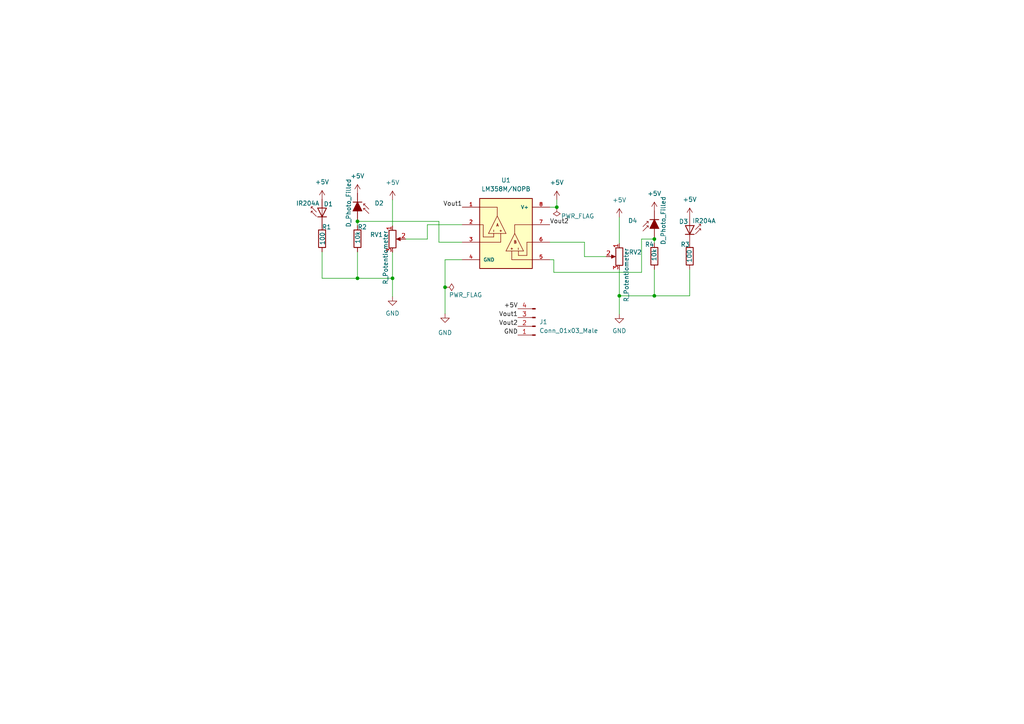
<source format=kicad_sch>
(kicad_sch (version 20211123) (generator eeschema)
  (paper "A4")
  (lib_symbols
    (symbol "Connector:Conn_01x04_Male" (pin_names (offset 1.016) hide)
      (property "Reference" "J" (at 0 5.08 0))
      (property "Value" "Conn_01x04_Male" (at 0 -7.62 0))
      (symbol "Conn_01x04_Male_1_1"
        (polyline (pts (xy 1.27 -5.08) (xy 0.8636 -5.08)) (stroke (width 0.1524)))
        (polyline (pts (xy 1.27 -2.54) (xy 0.8636 -2.54)) (stroke (width 0.1524)))
        (polyline (pts (xy 1.27 0) (xy 0.8636 0)) (stroke (width 0.1524)))
        (polyline (pts (xy 1.27 2.54) (xy 0.8636 2.54)) (stroke (width 0.1524)))
        (rectangle (start 0.8636 -4.953) (end 0 -5.207) (stroke (width 0.1524)) (fill (type outline)))
        (rectangle (start 0.8636 -2.413) (end 0 -2.667) (stroke (width 0.1524)) (fill (type outline)))
        (rectangle (start 0.8636 0.127) (end 0 -0.127) (stroke (width 0.1524)) (fill (type outline)))
        (rectangle (start 0.8636 2.667) (end 0 2.413) (stroke (width 0.1524)) (fill (type outline)))
        (pin passive line (at 5.08 2.54 180) (length 3.81) (name "Pin_1") (number "1"))
        (pin passive line (at 5.08 0 180) (length 3.81) (name "Pin_2") (number "2"))
        (pin passive line (at 5.08 -2.54 180) (length 3.81) (name "Pin_3") (number "3"))
        (pin passive line (at 5.08 -5.08 180) (length 3.81) (name "Pin_4") (number "4"))
      )
    )
    (symbol "Device:D_Photo_Filled" (pin_numbers hide) (pin_names hide)
      (property "Reference" "D" (at 0.508 1.778 0))
      (property "Value" "D_Photo_Filled" (at -1.016 -2.794 0))
      (symbol "D_Photo_Filled_0_1"
        (polyline (pts (xy -2.54 1.27) (xy -2.54 -1.27)) (stroke (width 0.254)))
        (polyline (pts (xy -2.032 1.778) (xy -1.524 1.778)))
        (polyline (pts (xy 0 0) (xy -2.54 0)))
        (polyline (pts (xy -0.508 3.302) (xy -2.032 1.778) (xy -2.032 2.286)))
        (polyline (pts (xy 0 -1.27) (xy 0 1.27) (xy -2.54 0) (xy 0 -1.27)) (stroke (width 0.254)) (fill (type outline)))
        (polyline (pts (xy 0.762 3.302) (xy -0.762 1.778) (xy -0.762 2.286) (xy -0.762 1.778) (xy -0.254 1.778)))
      )
      (symbol "D_Photo_Filled_1_1"
        (pin passive line (at -5.08 0 0) (length 2.54) (name "K") (number "1"))
        (pin passive line (at 2.54 0 180) (length 2.54) (name "A") (number "2"))
      )
    )
    (symbol "Device:R" (pin_numbers hide) (pin_names (offset 0))
      (property "Reference" "R" (at 2.032 0 90))
      (property "Value" "R" (at 0 0 90))
      (symbol "R_0_1"
        (rectangle (start -1.016 -2.54) (end 1.016 2.54) (stroke (width 0.254)))
      )
      (symbol "R_1_1"
        (pin passive line (at 0 3.81 270) (length 1.27) (name "~") (number "1"))
        (pin passive line (at 0 -3.81 90) (length 1.27) (name "~") (number "2"))
      )
    )
    (symbol "Device:R_Potentiometer" (pin_names (offset 1.016) hide)
      (property "Reference" "RV" (at -4.445 0 90))
      (property "Value" "R_Potentiometer" (at -2.54 0 90))
      (symbol "R_Potentiometer_0_1"
        (polyline (pts (xy 2.54 0) (xy 1.524 0)))
        (polyline (pts (xy 1.143 0) (xy 2.286 0.508) (xy 2.286 -0.508) (xy 1.143 0)) (fill (type outline)))
        (rectangle (start 1.016 2.54) (end -1.016 -2.54) (stroke (width 0.254)))
      )
      (symbol "R_Potentiometer_1_1"
        (pin passive line (at 0 3.81 270) (length 1.27) (name "1") (number "1"))
        (pin passive line (at 3.81 0 180) (length 1.27) (name "2") (number "2"))
        (pin passive line (at 0 -3.81 90) (length 1.27) (name "3") (number "3"))
      )
    )
    (symbol "LED:IR204A" (pin_numbers hide) (pin_names (offset 1.016) hide)
      (property "Reference" "D" (at 0.508 1.778 0))
      (property "Value" "IR204A" (at -1.016 -2.794 0))
      (symbol "IR204A_0_1"
        (polyline (pts (xy -2.54 1.27) (xy -2.54 -1.27)) (stroke (width 0.254)))
        (polyline (pts (xy 0 0) (xy -2.54 0)))
        (polyline (pts (xy 0.381 3.175) (xy -0.127 3.175)))
        (polyline (pts (xy -1.143 1.651) (xy 0.381 3.175) (xy 0.381 2.667)))
        (polyline (pts (xy 0 1.27) (xy -2.54 0) (xy 0 -1.27) (xy 0 1.27)) (stroke (width 0.254)))
        (polyline (pts (xy -2.413 1.651) (xy -0.889 3.175) (xy -0.889 2.667) (xy -0.889 3.175) (xy -1.397 3.175)))
      )
      (symbol "IR204A_1_1"
        (pin passive line (at -5.08 0 0) (length 2.54) (name "K") (number "1"))
        (pin passive line (at 2.54 0 180) (length 2.54) (name "A") (number "2"))
      )
    )
    (symbol "LM358M_NOPB:LM358M{slash}NOPB" (pin_names (offset 1.016))
      (property "Reference" "U" (at -7.62 11.43 0))
      (property "Value" "LM358M{slash}NOPB" (at -7.62 -11.43 0))
      (symbol "LM358M{slash}NOPB_0_0"
        (rectangle (start -7.62 -10.16) (end 7.62 10.16) (stroke (width 0.254)) (fill (type background)))
        (polyline (pts (xy -6.604 -1.016) (xy -6.604 2.54)) (stroke (width 0.1524)))
        (polyline (pts (xy -6.604 2.54) (xy -7.62 2.54)) (stroke (width 0.1524)))
        (polyline (pts (xy -5.08 0) (xy -2.54 5.08)) (stroke (width 0.1524)))
        (polyline (pts (xy -3.556 -1.016) (xy -6.604 -1.016)) (stroke (width 0.1524)))
        (polyline (pts (xy -3.556 0) (xy -5.08 0)) (stroke (width 0.1524)))
        (polyline (pts (xy -3.556 0) (xy -3.556 -1.016)) (stroke (width 0.1524)))
        (polyline (pts (xy -3.556 1.016) (xy -3.556 0.508)) (stroke (width 0.1524)))
        (polyline (pts (xy -2.54 5.08) (xy -2.54 7.62)) (stroke (width 0.1524)))
        (polyline (pts (xy -2.54 5.08) (xy 0 0)) (stroke (width 0.1524)))
        (polyline (pts (xy -2.54 7.62) (xy -7.62 7.62)) (stroke (width 0.1524)))
        (polyline (pts (xy -1.778 0.762) (xy -1.27 0.762)) (stroke (width 0.1524)))
        (polyline (pts (xy -1.524 -2.54) (xy -7.62 -2.54)) (stroke (width 0.1524)))
        (polyline (pts (xy -1.524 0) (xy -3.556 0)) (stroke (width 0.1524)))
        (polyline (pts (xy -1.524 0) (xy -1.524 -2.54)) (stroke (width 0.1524)))
        (polyline (pts (xy -1.524 0.508) (xy -1.524 1.016)) (stroke (width 0.1524)))
        (polyline (pts (xy 0 -5.08) (xy 2.54 0)) (stroke (width 0.1524)))
        (polyline (pts (xy 0 0) (xy -1.524 0)) (stroke (width 0.1524)))
        (polyline (pts (xy 1.4224 -4.4196) (xy 1.9304 -4.4196)) (stroke (width 0.1524)))
        (polyline (pts (xy 1.6764 -7.62) (xy 7.62 -7.62)) (stroke (width 0.1524)))
        (polyline (pts (xy 1.6764 -5.1308) (xy 1.6764 -7.62)) (stroke (width 0.1524)))
        (polyline (pts (xy 1.6764 -4.1656) (xy 1.6764 -4.6736)) (stroke (width 0.1524)))
        (polyline (pts (xy 2.5146 -0.1016) (xy 2.5146 2.54)) (stroke (width 0.1524)))
        (polyline (pts (xy 2.5146 2.54) (xy 7.62 2.54)) (stroke (width 0.1524)))
        (polyline (pts (xy 2.54 0) (xy 5.08 -5.08)) (stroke (width 0.1524)))
        (polyline (pts (xy 3.556 -4.191) (xy 3.556 -4.699)) (stroke (width 0.1524)))
        (polyline (pts (xy 3.6068 -6.3754) (xy 6.0706 -6.3754)) (stroke (width 0.1524)))
        (polyline (pts (xy 3.6068 -5.1054) (xy 3.6068 -6.3754)) (stroke (width 0.1524)))
        (polyline (pts (xy 5.08 -5.08) (xy 0 -5.08)) (stroke (width 0.1524)))
        (polyline (pts (xy 6.0706 -6.3754) (xy 6.0706 -2.54)) (stroke (width 0.1524)))
        (polyline (pts (xy 6.0706 -2.54) (xy 7.62 -2.54)) (stroke (width 0.1524)))
        (text "A" (at -2.921 1.9558 0) (effects (font (size 0.8128 0.8128)) (justify left bottom)))
        (text "B" (at 2.159 -2.9718 0) (effects (font (size 0.8128 0.8128)) (justify left bottom)))
        (pin output line (at -12.7 7.62 0) (length 5.08) (name "~") (number "1"))
        (pin input line (at -12.7 2.54 0) (length 5.08) (name "~") (number "2"))
        (pin input line (at -12.7 -2.54 0) (length 5.08) (name "~") (number "3"))
        (pin power_in line (at -12.7 -7.62 0) (length 5.08) (name "GND") (number "4"))
        (pin input line (at 12.7 -7.62 180) (length 5.08) (name "~") (number "5"))
        (pin input line (at 12.7 -2.54 180) (length 5.08) (name "~") (number "6"))
        (pin output line (at 12.7 2.54 180) (length 5.08) (name "~") (number "7"))
        (pin power_in line (at 12.7 7.62 180) (length 5.08) (name "V+") (number "8"))
      )
    )
    (symbol "power:+5V" (power) (pin_names (offset 0))
      (property "Value" "+5V" (at 0 3.556 0))
      (symbol "+5V_0_1"
        (polyline (pts (xy -0.762 1.27) (xy 0 2.54)))
        (polyline (pts (xy 0 0) (xy 0 2.54)))
        (polyline (pts (xy 0 2.54) (xy 0.762 1.27)))
      )
      (symbol "+5V_1_1"
        (pin power_in line (at 0 0 90) (length 0) hide (name "+5V") (number "1"))
      )
    )
    (symbol "power:GND" (power) (pin_names (offset 0))
      (property "Value" "GND" (at 0 -3.81 0))
      (symbol "GND_0_1"
        (polyline (pts (xy 0 0) (xy 0 -1.27) (xy 1.27 -1.27) (xy 0 -2.54) (xy -1.27 -1.27) (xy 0 -1.27)))
      )
      (symbol "GND_1_1"
        (pin power_in line (at 0 0 270) (length 0) hide (name "GND") (number "1"))
      )
    )
    (symbol "power:PWR_FLAG" (power) (pin_numbers hide) (pin_names (offset 0) hide)
      (property "Value" "PWR_FLAG" (at 0 3.81 0))
      (symbol "PWR_FLAG_0_0"
        (pin power_out line (at 0 0 90) (length 0) (name "pwr") (number "1"))
      )
      (symbol "PWR_FLAG_0_1"
        (polyline (pts (xy 0 0) (xy 0 1.27) (xy -1.016 1.905) (xy 0 2.54) (xy 1.016 1.905) (xy 0 1.27)))
      )
    )
  )
  (junction (at 189.7888 85.8012))
  (junction (at 103.6828 80.7212))
  (junction (at 129.0828 83.312))
  (junction (at 103.6828 64.2112))
  (junction (at 189.7888 69.342))
  (junction (at 179.6288 85.8012))
  (junction (at 113.8428 80.7212))
  (junction (at 161.4932 60.0964))
  (wire (pts (xy 113.8428 57.9628) (xy 113.8428 65.532)))
  (wire (pts (xy 189.7888 78.1304) (xy 189.7888 85.8012)))
  (wire (pts (xy 123.952 65.1764) (xy 123.952 69.342)))
  (wire (pts (xy 103.6828 64.2112) (xy 127.3048 64.2112)))
  (wire (pts (xy 113.8428 80.7212) (xy 113.8428 86.0552)))
  (wire (pts (xy 134.0612 75.3364) (xy 129.0828 75.3364)))
  (wire (pts (xy 161.4932 57.9628) (xy 161.4932 60.0964)))
  (wire (pts (xy 134.0612 70.2564) (xy 127.3048 70.2564)))
  (wire (pts (xy 103.6828 73.0504) (xy 103.6828 80.7212)))
  (wire (pts (xy 127.3048 70.2564) (xy 127.3048 64.2112)))
  (wire (pts (xy 159.4612 75.3364) (xy 160.6296 75.3364)))
  (wire (pts (xy 186.0804 78.994) (xy 186.0804 69.342)))
  (wire (pts (xy 160.6296 75.3364) (xy 160.6296 78.994)))
  (wire (pts (xy 103.6828 64.2112) (xy 103.6828 65.4304)))
  (wire (pts (xy 103.6828 63.7032) (xy 103.6828 64.2112)))
  (wire (pts (xy 189.7888 69.342) (xy 189.7888 70.5104)))
  (wire (pts (xy 93.4212 80.7212) (xy 103.6828 80.7212)))
  (wire (pts (xy 129.0828 75.3364) (xy 129.0828 83.312)))
  (wire (pts (xy 159.4612 60.0964) (xy 161.4932 60.0964)))
  (wire (pts (xy 175.8188 74.422) (xy 169.5196 74.422)))
  (wire (pts (xy 189.7888 68.7832) (xy 189.7888 69.342)))
  (wire (pts (xy 189.7888 85.8012) (xy 179.6288 85.8012)))
  (wire (pts (xy 160.6296 78.994) (xy 186.0804 78.994)))
  (wire (pts (xy 113.8428 73.152) (xy 113.8428 80.7212)))
  (wire (pts (xy 103.6828 80.7212) (xy 113.8428 80.7212)))
  (wire (pts (xy 123.952 65.1764) (xy 134.0612 65.1764)))
  (wire (pts (xy 117.6528 69.342) (xy 123.952 69.342)))
  (wire (pts (xy 200.0504 85.8012) (xy 189.7888 85.8012)))
  (wire (pts (xy 93.4212 73.0504) (xy 93.4212 80.7212)))
  (wire (pts (xy 129.0828 83.312) (xy 129.0828 90.9828)))
  (wire (pts (xy 179.6288 85.8012) (xy 179.6288 91.1352)))
  (wire (pts (xy 186.0804 69.342) (xy 189.7888 69.342)))
  (wire (pts (xy 179.6288 63.0428) (xy 179.6288 70.612)))
  (wire (pts (xy 169.5196 70.2564) (xy 169.5196 74.422)))
  (wire (pts (xy 200.0504 78.1304) (xy 200.0504 85.8012)))
  (wire (pts (xy 179.6288 78.232) (xy 179.6288 85.8012)))
  (wire (pts (xy 159.4612 70.2564) (xy 169.5196 70.2564)))
  (label "Vout2" (at 159.4612 65.1764 0))
  (label "+5V" (at 150.2156 89.5604 180))
  (label "Vout1" (at 134.0612 60.0964 180))
  (label "GND" (at 150.2156 97.1804 180))
  (label "Vout2" (at 150.2156 94.6404 180))
  (label "Vout1" (at 150.2156 92.1004 180))
  (symbol (lib_id "power:GND") (at 113.8428 86.0552 0) (unit 1)
    (property "Reference" "#PWR04" (effects hide))
    (property "Value" "GND" (at 113.8428 90.8812 0))
  )
  (symbol (lib_id "Device:R_Potentiometer") (at 113.8428 69.342 0) (unit 1)
    (property "Reference" "RV1" (at 111.0996 68.0719 0) (effects (justify right)))
    (property "Value" "R_Potentiometer" (at 111.8108 66.8528 90) (effects (justify right)))
    (property "Footprint" "Potentiometer_SMD:Potentiometer_Bourns_3224J_Horizontal" (effects hide))
  )
  (symbol (lib_id "power:+5V") (at 179.6288 63.0428 0) (mirror y) (unit 1)
    (property "Reference" "#PWR0104" (effects hide))
    (property "Value" "+5V" (at 179.6288 58.0136 0))
  )
  (symbol (lib_id "Device:R_Potentiometer") (at 179.6288 74.422 0) (mirror y) (unit 1)
    (property "Reference" "RV2" (at 182.372 73.1519 0) (effects (justify right)))
    (property "Value" "R_Potentiometer" (at 181.6608 71.9328 90) (effects (justify right)))
    (property "Footprint" "Potentiometer_SMD:Potentiometer_Bourns_3224J_Horizontal" (effects hide))
  )
  (symbol (lib_id "LM358M_NOPB:LM358M{slash}NOPB") (at 146.7612 67.7164 0) (unit 1)
    (property "Reference" "U1" (at 146.7612 52.2732 0))
    (property "Value" "LM358M/NOPB" (at 146.7612 54.8132 0))
    (property "Footprint" "LM358M:SOIC127P599X175-8N" (effects hide))
    (property "AVAILABILITY" "Good" (effects hide))
    (property "DIGIKEY-PURCHASE-URL" "https://snapeda.com/shop?store=DigiKey&id=29733" (effects hide))
    (property "PACKAGE" "SOIC-8 Texas Instruments" (effects hide))
    (property "MP" "LM358M/NOPB/NOPB" (effects hide))
    (property "TEXAS_INSTRUMENTS-PURCHASE-URL" "https://snapeda.com/shop?store=Texas+Instruments&id=29733" (effects hide))
    (property "MF" "Texas Instruments" (effects hide))
    (property "MOUSER-PURCHASE-URL" "https://snapeda.com/shop?store=Mouser&id=29733" (effects hide))
    (property "DESCRIPTION" "2-Channel, 1MHz, industry standard, 32V op amp 8-SOIC 0 to 70" (effects hide))
    (property "PRICE" "None" (effects hide))
  )
  (symbol (lib_id "LED:IR204A") (at 93.4212 60.3504 90) (unit 1)
    (property "Reference" "D1" (at 93.8784 59.182 90) (effects (justify right)))
    (property "Value" "IR204A" (at 85.852 58.9788 90) (effects (justify right)))
    (property "Footprint" "LED_THT:LED_D3.0mm_IRBlack" (effects hide))
    (property "Datasheet" "http://www.everlight.com/file/ProductFile/IR204-A.pdf" (effects hide))
  )
  (symbol (lib_id "power:+5V") (at 113.8428 57.9628 0) (unit 1)
    (property "Reference" "#PWR03" (effects hide))
    (property "Value" "+5V" (at 113.8428 52.9336 0))
  )
  (symbol (lib_id "Device:R") (at 103.6828 69.2404 0) (unit 1)
    (property "Reference" "R2" (at 103.7336 65.8368 0) (effects (justify left)))
    (property "Value" "10k" (at 103.7336 70.7136 90) (effects (justify left)))
    (property "Footprint" "Resistor_SMD:R_1210_3225Metric" (effects hide))
  )
  (symbol (lib_id "power:+5V") (at 103.6828 56.0832 0) (unit 1)
    (property "Reference" "#PWR02" (effects hide))
    (property "Value" "+5V" (at 103.6828 51.054 0))
  )
  (symbol (lib_id "power:PWR_FLAG") (at 161.4932 60.0964 180) (unit 1)
    (property "Reference" "#FLG0101" (effects hide))
    (property "Value" "PWR_FLAG" (at 162.7124 62.6872 0) (effects (justify right)))
  )
  (symbol (lib_id "power:+5V") (at 93.4212 57.8104 0) (unit 1)
    (property "Reference" "#PWR01" (effects hide))
    (property "Value" "+5V" (at 93.4212 52.7812 0))
  )
  (symbol (lib_id "Connector:Conn_01x04_Male") (at 155.2956 94.6404 180) (unit 1)
    (property "Reference" "J1" (at 156.4132 93.3703 0) (effects (justify right)))
    (property "Value" "Conn_01x03_Male" (at 156.4132 95.9103 0) (effects (justify right)))
    (property "Footprint" "Connector_JST:JST_EH_B4B-EH-A_1x04_P2.50mm_Vertical" (effects hide))
  )
  (symbol (lib_id "Device:R") (at 200.0504 74.3204 0) (mirror y) (unit 1)
    (property "Reference" "R3" (at 200.1012 70.9168 0) (effects (justify left)))
    (property "Value" "100" (at 199.9488 76.2 90) (effects (justify left)))
    (property "Footprint" "Resistor_SMD:R_1210_3225Metric" (effects hide))
  )
  (symbol (lib_id "Device:D_Photo_Filled") (at 189.7888 66.2432 90) (mirror x) (unit 1)
    (property "Reference" "D4" (at 184.8612 64.0206 90) (effects (justify left)))
    (property "Value" "D_Photo_Filled" (at 192.3796 56.896 0) (effects (justify left)))
    (property "Footprint" "LED_THT:LED_D3.0mm_Clear" (effects hide))
  )
  (symbol (lib_id "LED:IR204A") (at 200.0504 65.4304 270) (mirror x) (unit 1)
    (property "Reference" "D3" (at 199.5932 64.262 90) (effects (justify right)))
    (property "Value" "IR204A" (at 207.6196 64.0588 90) (effects (justify right)))
    (property "Footprint" "LED_THT:LED_D3.0mm_IRBlack" (effects hide))
    (property "Datasheet" "http://www.everlight.com/file/ProductFile/IR204-A.pdf" (effects hide))
  )
  (symbol (lib_id "power:GND") (at 179.6288 91.1352 0) (mirror y) (unit 1)
    (property "Reference" "#PWR0105" (effects hide))
    (property "Value" "GND" (at 179.6288 95.9612 0))
  )
  (symbol (lib_id "power:PWR_FLAG") (at 129.0828 83.312 270) (unit 1)
    (property "Reference" "#FLG0102" (effects hide))
    (property "Value" "PWR_FLAG" (at 130.2004 85.5472 90) (effects (justify left)))
  )
  (symbol (lib_id "power:+5V") (at 200.0504 62.8904 0) (mirror y) (unit 1)
    (property "Reference" "#PWR0106" (effects hide))
    (property "Value" "+5V" (at 200.0504 57.8612 0))
  )
  (symbol (lib_id "power:GND") (at 129.0828 90.9828 0) (unit 1)
    (property "Reference" "#PWR05" (effects hide))
    (property "Value" "GND" (at 129.0828 96.4946 0))
  )
  (symbol (lib_id "Device:R") (at 93.4212 69.2404 0) (unit 1)
    (property "Reference" "R1" (at 93.3704 65.8368 0) (effects (justify left)))
    (property "Value" "100" (at 93.5228 71.12 90) (effects (justify left)))
    (property "Footprint" "Resistor_SMD:R_1210_3225Metric" (effects hide))
  )
  (symbol (lib_id "Device:R") (at 189.7888 74.3204 0) (mirror y) (unit 1)
    (property "Reference" "R4" (at 189.738 70.9168 0) (effects (justify left)))
    (property "Value" "10k" (at 189.738 75.7936 90) (effects (justify left)))
    (property "Footprint" "Resistor_SMD:R_1210_3225Metric" (effects hide))
  )
  (symbol (lib_id "Device:D_Photo_Filled") (at 103.6828 61.1632 270) (unit 1)
    (property "Reference" "D2" (at 108.6104 58.9406 90) (effects (justify left)))
    (property "Value" "D_Photo_Filled" (at 101.092 51.816 0) (effects (justify left)))
    (property "Footprint" "LED_THT:LED_D3.0mm_Clear" (effects hide))
  )
  (symbol (lib_id "power:+5V") (at 161.4932 57.9628 0) (unit 1)
    (property "Reference" "#PWR06" (effects hide))
    (property "Value" "+5V" (at 161.4932 52.9336 0))
  )
  (symbol (lib_id "power:+5V") (at 189.7888 61.1632 0) (mirror y) (unit 1)
    (property "Reference" "#PWR0103" (effects hide))
    (property "Value" "+5V" (at 189.7888 56.134 0))
  )
)
</source>
